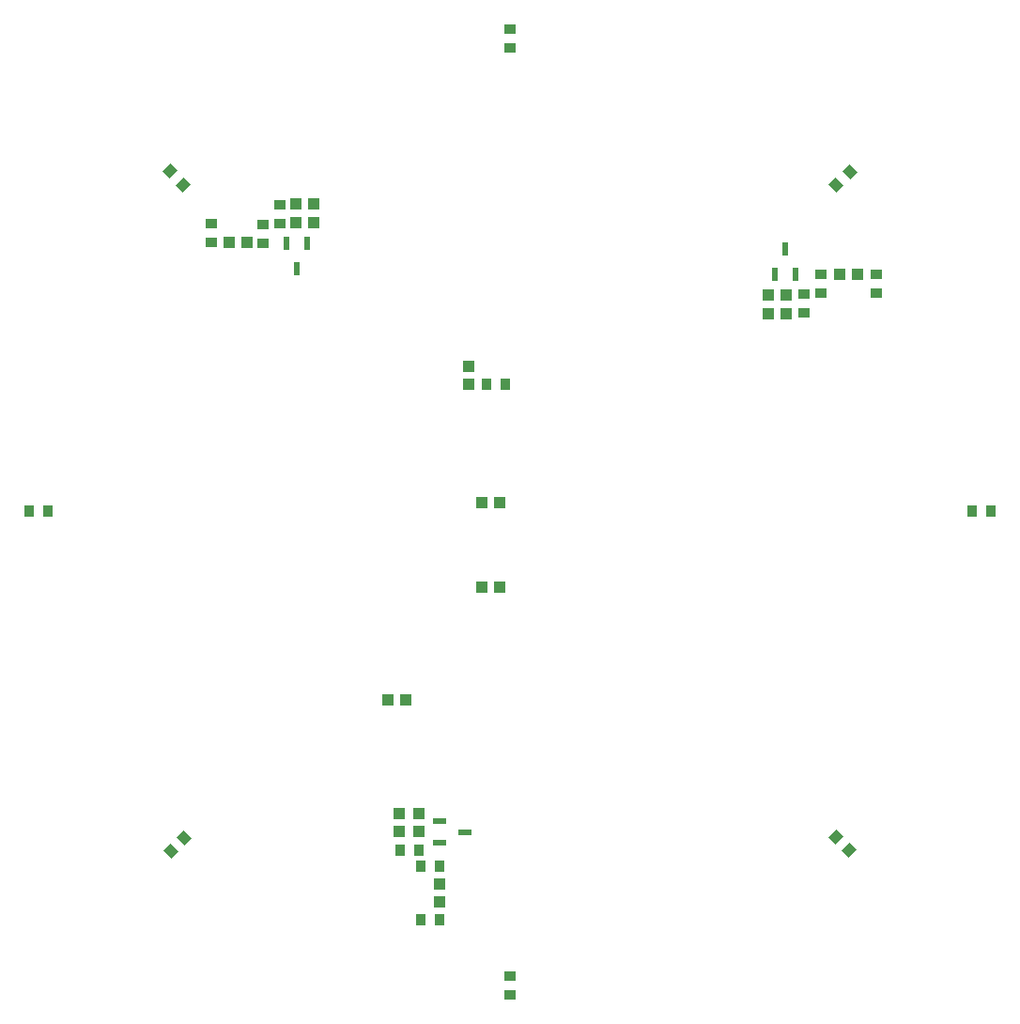
<source format=gbp>
G04 Layer_Color=128*
%FSLAX25Y25*%
%MOIN*%
G70*
G01*
G75*
%ADD12R,0.03543X0.03937*%
%ADD15R,0.03937X0.03543*%
%ADD16R,0.03937X0.03937*%
%ADD18R,0.03937X0.03937*%
G04:AMPARAMS|DCode=36|XSize=39.37mil|YSize=35.43mil|CornerRadius=0mil|HoleSize=0mil|Usage=FLASHONLY|Rotation=225.000|XOffset=0mil|YOffset=0mil|HoleType=Round|Shape=Rectangle|*
%AMROTATEDRECTD36*
4,1,4,0.00139,0.02645,0.02645,0.00139,-0.00139,-0.02645,-0.02645,-0.00139,0.00139,0.02645,0.0*
%
%ADD36ROTATEDRECTD36*%

G04:AMPARAMS|DCode=37|XSize=39.37mil|YSize=35.43mil|CornerRadius=0mil|HoleSize=0mil|Usage=FLASHONLY|Rotation=315.000|XOffset=0mil|YOffset=0mil|HoleType=Round|Shape=Rectangle|*
%AMROTATEDRECTD37*
4,1,4,-0.02645,0.00139,-0.00139,0.02645,0.02645,-0.00139,0.00139,-0.02645,-0.02645,0.00139,0.0*
%
%ADD37ROTATEDRECTD37*%

%ADD38R,0.02362X0.04528*%
%ADD39R,0.04528X0.02362*%
D12*
X170669Y0D02*
D03*
X163976D02*
D03*
X-170669D02*
D03*
X-163976D02*
D03*
X-1575Y45276D02*
D03*
X-8268D02*
D03*
X-32283Y-120079D02*
D03*
X-38976Y-120079D02*
D03*
X-31890Y-125984D02*
D03*
X-25197D02*
D03*
X-31890Y-144882D02*
D03*
X-25197Y-144882D02*
D03*
D15*
X0Y171063D02*
D03*
Y164370D02*
D03*
X-197Y-171457D02*
D03*
Y-164764D02*
D03*
X-106102Y95473D02*
D03*
Y102165D02*
D03*
X104331Y77165D02*
D03*
Y70472D02*
D03*
X129921Y77362D02*
D03*
X129921Y84055D02*
D03*
X110236Y77362D02*
D03*
Y84055D02*
D03*
X-81693Y101969D02*
D03*
Y108661D02*
D03*
X-87598Y101772D02*
D03*
Y95079D02*
D03*
D16*
X-3740Y3150D02*
D03*
X-10039D02*
D03*
X97835Y70079D02*
D03*
X91535D02*
D03*
X91535Y76772D02*
D03*
X97835D02*
D03*
X116929Y84055D02*
D03*
X123228D02*
D03*
X-10039Y-26772D02*
D03*
X-3740D02*
D03*
X-37205Y-66929D02*
D03*
X-43504D02*
D03*
X-75984Y109252D02*
D03*
X-69685D02*
D03*
X-69685Y102362D02*
D03*
X-75984D02*
D03*
X-93307Y95472D02*
D03*
X-99606D02*
D03*
D18*
X-14764Y45079D02*
D03*
Y51378D02*
D03*
X-39370Y-113386D02*
D03*
Y-107087D02*
D03*
X-32545Y-107326D02*
D03*
Y-113626D02*
D03*
X-25197Y-132283D02*
D03*
Y-138583D02*
D03*
D36*
X115547Y-115547D02*
D03*
X120280Y-120280D02*
D03*
X-115941Y115941D02*
D03*
X-120673Y120673D02*
D03*
D37*
X115744Y115744D02*
D03*
X120476Y120476D02*
D03*
X-120476Y-120476D02*
D03*
X-115744Y-115744D02*
D03*
D38*
X101378Y84153D02*
D03*
X93898D02*
D03*
X97638Y93012D02*
D03*
X-79528Y94980D02*
D03*
X-72047D02*
D03*
X-75787Y86122D02*
D03*
D39*
X-24902Y-117520D02*
D03*
Y-110039D02*
D03*
X-16043Y-113779D02*
D03*
M02*

</source>
